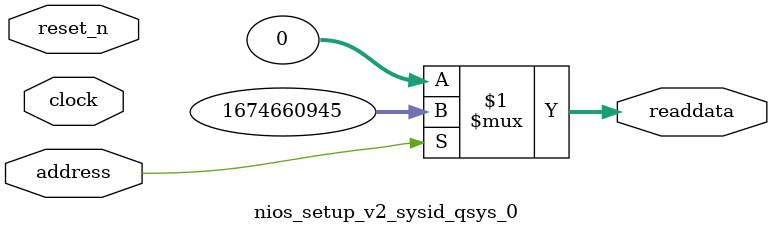
<source format=v>



// synthesis translate_off
`timescale 1ns / 1ps
// synthesis translate_on

// turn off superfluous verilog processor warnings 
// altera message_level Level1 
// altera message_off 10034 10035 10036 10037 10230 10240 10030 

module nios_setup_v2_sysid_qsys_0 (
               // inputs:
                address,
                clock,
                reset_n,

               // outputs:
                readdata
             )
;

  output  [ 31: 0] readdata;
  input            address;
  input            clock;
  input            reset_n;

  wire    [ 31: 0] readdata;
  //control_slave, which is an e_avalon_slave
  assign readdata = address ? 1674660945 : 0;

endmodule



</source>
